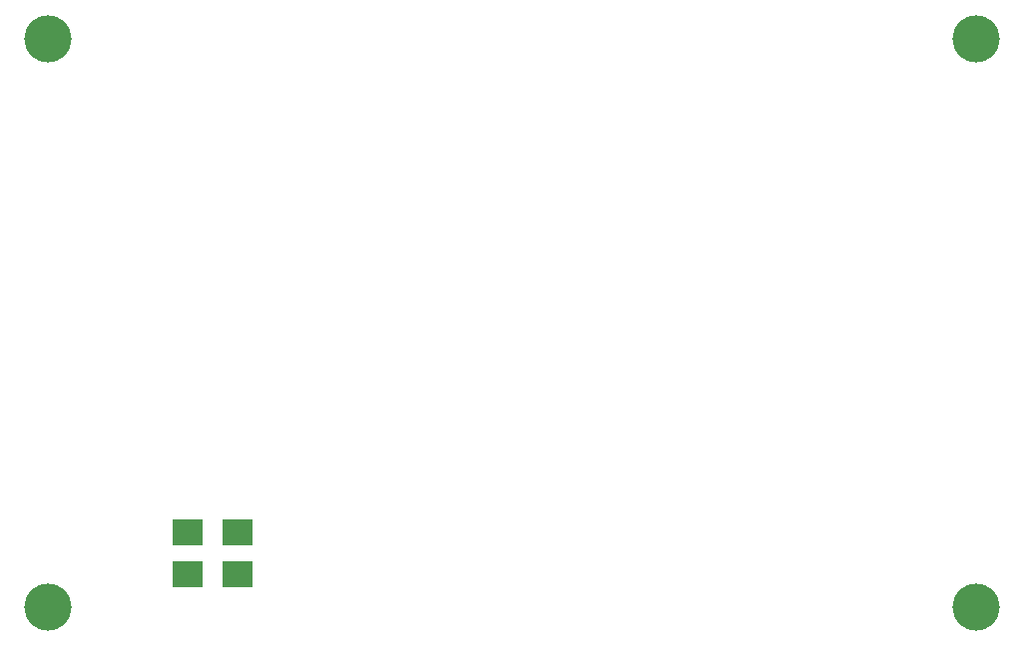
<source format=gbp>
G04 #@! TF.GenerationSoftware,KiCad,Pcbnew,5.0.0-fee4fd1~66~ubuntu18.04.1*
G04 #@! TF.CreationDate,2018-12-28T16:36:32-07:00*
G04 #@! TF.ProjectId,transceiver_test,7472616E736365697665725F74657374,rev?*
G04 #@! TF.SameCoordinates,Original*
G04 #@! TF.FileFunction,Paste,Bot*
G04 #@! TF.FilePolarity,Positive*
%FSLAX46Y46*%
G04 Gerber Fmt 4.6, Leading zero omitted, Abs format (unit mm)*
G04 Created by KiCad (PCBNEW 5.0.0-fee4fd1~66~ubuntu18.04.1) date Fri Dec 28 16:36:32 2018*
%MOMM*%
%LPD*%
G01*
G04 APERTURE LIST*
%ADD10R,2.500000X2.300000*%
%ADD11C,4.000000*%
G04 APERTURE END LIST*
D10*
G04 #@! TO.C,D11*
X31360000Y-77470000D03*
X27060000Y-77470000D03*
G04 #@! TD*
G04 #@! TO.C,D12*
X27060000Y-81026000D03*
X31360000Y-81026000D03*
G04 #@! TD*
D11*
G04 #@! TO.C,M1*
X93980000Y-83820000D03*
G04 #@! TD*
G04 #@! TO.C,M2*
X15240000Y-83820000D03*
G04 #@! TD*
G04 #@! TO.C,M3*
X93980000Y-35560000D03*
G04 #@! TD*
G04 #@! TO.C,M4*
X15240000Y-35560000D03*
G04 #@! TD*
M02*

</source>
